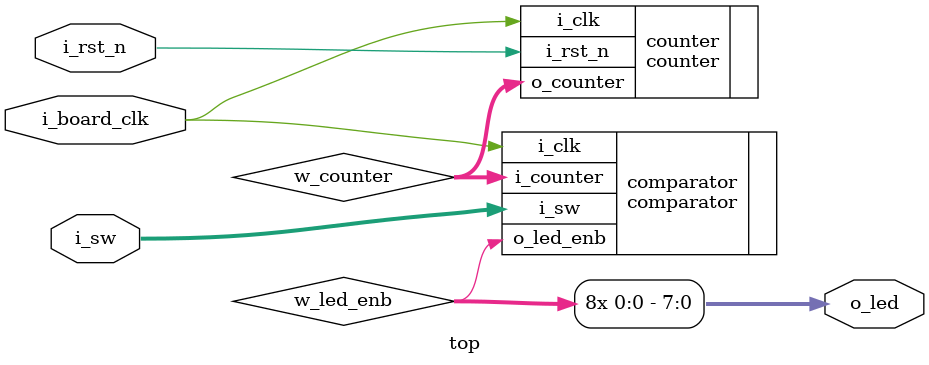
<source format=sv>

module top(i_board_clk, i_rst_n, i_sw, o_led);
	
	input i_board_clk;
	input i_rst_n;
	input [3:0] i_sw;
	
	logic [3:0] w_counter;
	logic w_led_enb;
	
	output [7:0] o_led;
	
	
	counter counter(
	.i_clk(i_board_clk),
	.i_rst_n(i_rst_n),
	.o_counter(w_counter)
	);
	
	comparator comparator(
	.i_clk(i_board_clk),
	.i_counter(w_counter),
	.i_sw(i_sw),
	.o_led_enb(w_led_enb)
	);
	
	assign o_led = {8{w_led_enb}};
	
endmodule 
</source>
